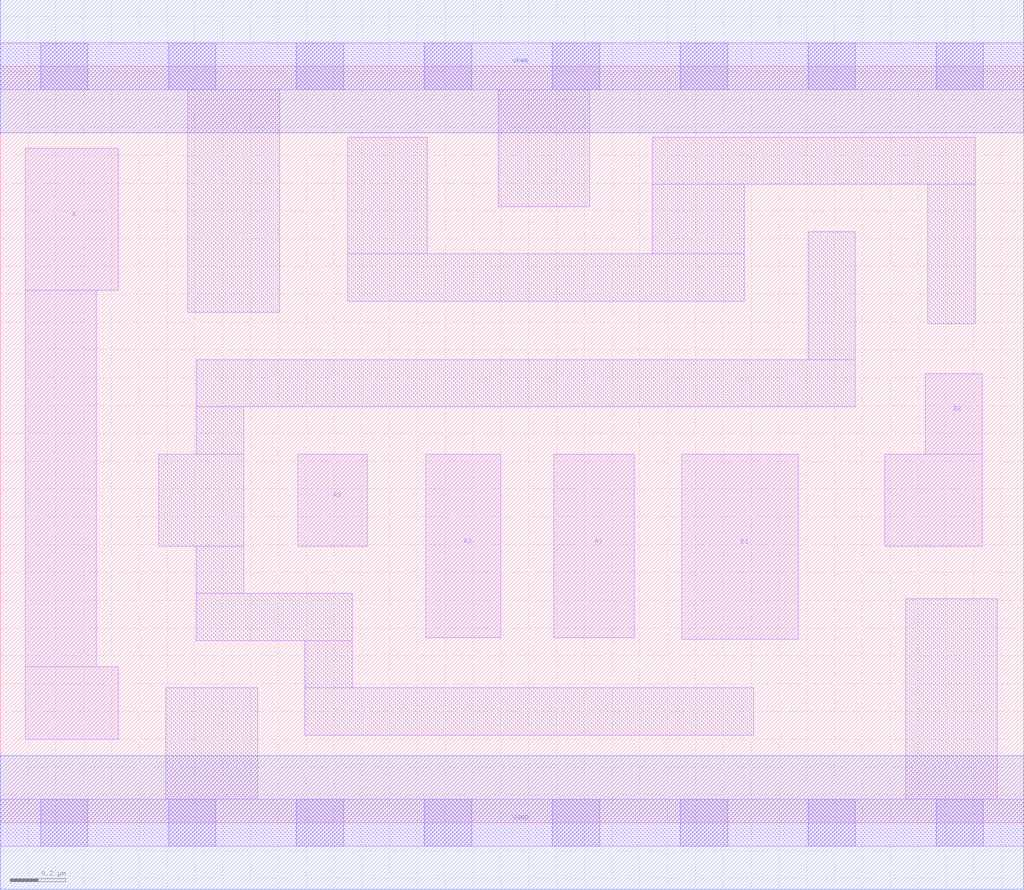
<source format=lef>
# Copyright 2020 The SkyWater PDK Authors
#
# Licensed under the Apache License, Version 2.0 (the "License");
# you may not use this file except in compliance with the License.
# You may obtain a copy of the License at
#
#     https://www.apache.org/licenses/LICENSE-2.0
#
# Unless required by applicable law or agreed to in writing, software
# distributed under the License is distributed on an "AS IS" BASIS,
# WITHOUT WARRANTIES OR CONDITIONS OF ANY KIND, either express or implied.
# See the License for the specific language governing permissions and
# limitations under the License.
#
# SPDX-License-Identifier: Apache-2.0

VERSION 5.7 ;
  NAMESCASESENSITIVE ON ;
  NOWIREEXTENSIONATPIN ON ;
  DIVIDERCHAR "/" ;
  BUSBITCHARS "[]" ;
UNITS
  DATABASE MICRONS 200 ;
END UNITS
MACRO sky130_fd_sc_hd__a32o_1
  CLASS CORE ;
  FOREIGN sky130_fd_sc_hd__a32o_1 ;
  ORIGIN  0.000000  0.000000 ;
  SIZE  3.680000 BY  2.720000 ;
  SYMMETRY X Y R90 ;
  SITE unithd ;
  PIN A1
    ANTENNAGATEAREA  0.247500 ;
    DIRECTION INPUT ;
    USE SIGNAL ;
    PORT
      LAYER li1 ;
        RECT 1.990000 0.665000 2.280000 1.325000 ;
    END
  END A1
  PIN A2
    ANTENNAGATEAREA  0.247500 ;
    DIRECTION INPUT ;
    USE SIGNAL ;
    PORT
      LAYER li1 ;
        RECT 1.530000 0.665000 1.800000 1.325000 ;
    END
  END A2
  PIN A3
    ANTENNAGATEAREA  0.247500 ;
    DIRECTION INPUT ;
    USE SIGNAL ;
    PORT
      LAYER li1 ;
        RECT 1.070000 0.995000 1.320000 1.325000 ;
    END
  END A3
  PIN B1
    ANTENNAGATEAREA  0.247500 ;
    DIRECTION INPUT ;
    USE SIGNAL ;
    PORT
      LAYER li1 ;
        RECT 2.450000 0.660000 2.870000 1.325000 ;
    END
  END B1
  PIN B2
    ANTENNAGATEAREA  0.247500 ;
    DIRECTION INPUT ;
    USE SIGNAL ;
    PORT
      LAYER li1 ;
        RECT 3.180000 0.995000 3.530000 1.325000 ;
        RECT 3.325000 1.325000 3.530000 1.615000 ;
    END
  END B2
  PIN X
    ANTENNADIFFAREA  0.544500 ;
    DIRECTION OUTPUT ;
    USE SIGNAL ;
    PORT
      LAYER li1 ;
        RECT 0.090000 0.300000 0.425000 0.560000 ;
        RECT 0.090000 0.560000 0.345000 1.915000 ;
        RECT 0.090000 1.915000 0.425000 2.425000 ;
    END
  END X
  PIN VGND
    DIRECTION INOUT ;
    SHAPE ABUTMENT ;
    USE GROUND ;
    PORT
      LAYER met1 ;
        RECT 0.000000 -0.240000 3.680000 0.240000 ;
    END
  END VGND
  PIN VPWR
    DIRECTION INOUT ;
    SHAPE ABUTMENT ;
    USE POWER ;
    PORT
      LAYER met1 ;
        RECT 0.000000 2.480000 3.680000 2.960000 ;
    END
  END VPWR
  OBS
    LAYER li1 ;
      RECT 0.000000 -0.085000 3.680000 0.085000 ;
      RECT 0.000000  2.635000 3.680000 2.805000 ;
      RECT 0.570000  0.995000 0.875000 1.325000 ;
      RECT 0.595000  0.085000 0.925000 0.485000 ;
      RECT 0.675000  1.835000 1.005000 2.635000 ;
      RECT 0.705000  0.655000 1.265000 0.825000 ;
      RECT 0.705000  0.825000 0.875000 0.995000 ;
      RECT 0.705000  1.325000 0.875000 1.495000 ;
      RECT 0.705000  1.495000 3.075000 1.665000 ;
      RECT 1.095000  0.315000 2.710000 0.485000 ;
      RECT 1.095000  0.485000 1.265000 0.655000 ;
      RECT 1.250000  1.875000 2.675000 2.045000 ;
      RECT 1.250000  2.045000 1.535000 2.465000 ;
      RECT 1.790000  2.215000 2.120000 2.635000 ;
      RECT 2.345000  2.045000 2.675000 2.295000 ;
      RECT 2.345000  2.295000 3.505000 2.465000 ;
      RECT 2.905000  1.665000 3.075000 2.125000 ;
      RECT 3.255000  0.085000 3.585000 0.805000 ;
      RECT 3.335000  1.795000 3.505000 2.295000 ;
    LAYER mcon ;
      RECT 0.145000 -0.085000 0.315000 0.085000 ;
      RECT 0.145000  2.635000 0.315000 2.805000 ;
      RECT 0.605000 -0.085000 0.775000 0.085000 ;
      RECT 0.605000  2.635000 0.775000 2.805000 ;
      RECT 1.065000 -0.085000 1.235000 0.085000 ;
      RECT 1.065000  2.635000 1.235000 2.805000 ;
      RECT 1.525000 -0.085000 1.695000 0.085000 ;
      RECT 1.525000  2.635000 1.695000 2.805000 ;
      RECT 1.985000 -0.085000 2.155000 0.085000 ;
      RECT 1.985000  2.635000 2.155000 2.805000 ;
      RECT 2.445000 -0.085000 2.615000 0.085000 ;
      RECT 2.445000  2.635000 2.615000 2.805000 ;
      RECT 2.905000 -0.085000 3.075000 0.085000 ;
      RECT 2.905000  2.635000 3.075000 2.805000 ;
      RECT 3.365000 -0.085000 3.535000 0.085000 ;
      RECT 3.365000  2.635000 3.535000 2.805000 ;
  END
END sky130_fd_sc_hd__a32o_1
END LIBRARY

</source>
